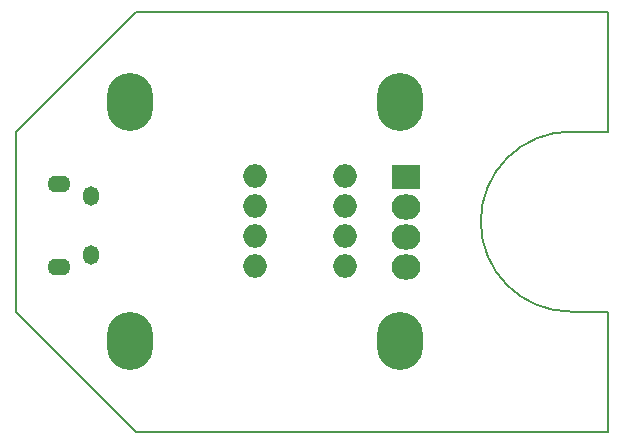
<source format=gbr>
G04 #@! TF.FileFunction,Soldermask,Bot*
%FSLAX46Y46*%
G04 Gerber Fmt 4.6, Leading zero omitted, Abs format (unit mm)*
G04 Created by KiCad (PCBNEW 4.0.2-stable) date 2016-11-20 00:38:07*
%MOMM*%
G01*
G04 APERTURE LIST*
%ADD10C,0.100000*%
%ADD11C,0.150000*%
%ADD12O,3.900000X4.900000*%
%ADD13O,1.350000X1.650000*%
%ADD14O,1.950000X1.400000*%
%ADD15O,2.000000X2.000000*%
%ADD16R,2.432000X2.127200*%
%ADD17O,2.432000X2.127200*%
G04 APERTURE END LIST*
D10*
D11*
X185420000Y-125730000D02*
X188595000Y-125730000D01*
X188595000Y-110490000D02*
X185420000Y-110490000D01*
X185420000Y-110490000D02*
G75*
G03X177800000Y-118110000I0J-7620000D01*
G01*
X138430000Y-125730000D02*
X138430000Y-124460000D01*
X148590000Y-135890000D02*
X138430000Y-125730000D01*
X149860000Y-135890000D02*
X148590000Y-135890000D01*
X149860000Y-135890000D02*
X188595000Y-135890000D01*
X148590000Y-100330000D02*
X188595000Y-100330000D01*
X138430000Y-110490000D02*
X148590000Y-100330000D01*
X177800000Y-118110000D02*
G75*
G03X185420000Y-125730000I7620000J0D01*
G01*
X138430000Y-124460000D02*
X138430000Y-113030000D01*
X188595000Y-125730000D02*
X188595000Y-135890000D01*
X188595000Y-100330000D02*
X188595000Y-110490000D01*
X138430000Y-113030000D02*
X138430000Y-110490000D01*
D12*
X148082000Y-128244600D03*
X148082000Y-107950000D03*
X170942000Y-128244600D03*
X170942000Y-107975400D03*
D13*
X144818540Y-115926600D03*
X144818540Y-120926600D03*
D14*
X142118540Y-114926600D03*
X142118540Y-121926600D03*
D15*
X158724600Y-114274600D03*
X158724600Y-116814600D03*
X158724600Y-119354600D03*
X158724600Y-121894600D03*
X166344600Y-121894600D03*
X166344600Y-119354600D03*
X166344600Y-116814600D03*
X166344600Y-114274600D03*
D16*
X171450000Y-114300000D03*
D17*
X171450000Y-116840000D03*
X171450000Y-119380000D03*
X171450000Y-121920000D03*
M02*

</source>
